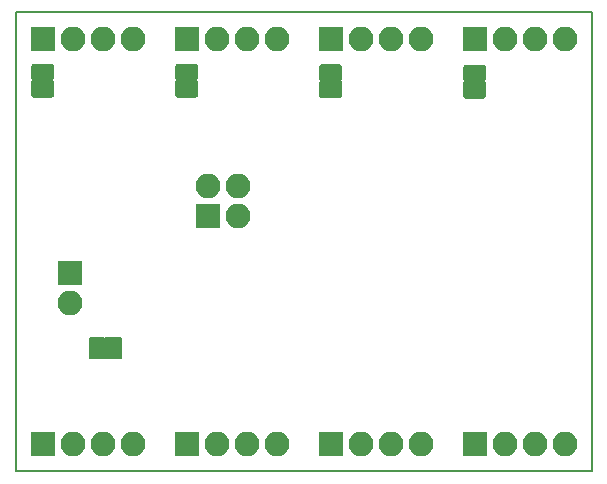
<source format=gbs>
G04 #@! TF.GenerationSoftware,KiCad,Pcbnew,(5.0.0-dirty)*
G04 #@! TF.CreationDate,2019-11-15T19:25:29+09:00*
G04 #@! TF.ProjectId,fake-fan-mk2,66616B652D66616E2D6D6B322E6B6963,rev?*
G04 #@! TF.SameCoordinates,Original*
G04 #@! TF.FileFunction,Soldermask,Bot*
G04 #@! TF.FilePolarity,Negative*
%FSLAX46Y46*%
G04 Gerber Fmt 4.6, Leading zero omitted, Abs format (unit mm)*
G04 Created by KiCad (PCBNEW (5.0.0-dirty)) date 11/15/19 19:25:29*
%MOMM*%
%LPD*%
G01*
G04 APERTURE LIST*
%ADD10C,0.200000*%
%ADD11R,2.100000X2.100000*%
%ADD12O,2.100000X2.100000*%
%ADD13C,0.300000*%
%ADD14C,0.100000*%
G04 APERTURE END LIST*
D10*
X14478000Y-53086000D02*
X14478000Y-14224000D01*
X63246000Y-53086000D02*
X14478000Y-53086000D01*
X63246000Y-14224000D02*
X63246000Y-53086000D01*
X14478000Y-14224000D02*
X63246000Y-14224000D01*
D11*
G04 #@! TO.C,J2*
X19050000Y-36322000D03*
D12*
X19050000Y-38862000D03*
G04 #@! TD*
G04 #@! TO.C,J4*
X24384000Y-50800000D03*
X21844000Y-50800000D03*
X19304000Y-50800000D03*
D11*
X16764000Y-50800000D03*
G04 #@! TD*
G04 #@! TO.C,J5*
X16764000Y-16510000D03*
D12*
X19304000Y-16510000D03*
X21844000Y-16510000D03*
X24384000Y-16510000D03*
G04 #@! TD*
G04 #@! TO.C,J6*
X36576000Y-50800000D03*
X34036000Y-50800000D03*
X31496000Y-50800000D03*
D11*
X28956000Y-50800000D03*
G04 #@! TD*
G04 #@! TO.C,J7*
X28956000Y-16510000D03*
D12*
X31496000Y-16510000D03*
X34036000Y-16510000D03*
X36576000Y-16510000D03*
G04 #@! TD*
D11*
G04 #@! TO.C,J8*
X41148000Y-50800000D03*
D12*
X43688000Y-50800000D03*
X46228000Y-50800000D03*
X48768000Y-50800000D03*
G04 #@! TD*
D11*
G04 #@! TO.C,J9*
X41148000Y-16510000D03*
D12*
X43688000Y-16510000D03*
X46228000Y-16510000D03*
X48768000Y-16510000D03*
G04 #@! TD*
G04 #@! TO.C,J10*
X60960000Y-50800000D03*
X58420000Y-50800000D03*
X55880000Y-50800000D03*
D11*
X53340000Y-50800000D03*
G04 #@! TD*
D12*
G04 #@! TO.C,J11*
X60960000Y-16510000D03*
X58420000Y-16510000D03*
X55880000Y-16510000D03*
D11*
X53340000Y-16510000D03*
G04 #@! TD*
D13*
G04 #@! TO.C,JP1*
X21373000Y-42672000D03*
D14*
G36*
X21912018Y-41725843D02*
X21949537Y-41737224D01*
X21984114Y-41755706D01*
X22014421Y-41780579D01*
X22039410Y-41811060D01*
X22539410Y-42561060D01*
X22557856Y-42595657D01*
X22569198Y-42633187D01*
X22573000Y-42672209D01*
X22569116Y-42711223D01*
X22557696Y-42748730D01*
X22539410Y-42782940D01*
X22039410Y-43532940D01*
X22014569Y-43563273D01*
X21984288Y-43588178D01*
X21949730Y-43606696D01*
X21912223Y-43618116D01*
X21873000Y-43622000D01*
X20873000Y-43622000D01*
X20833982Y-43618157D01*
X20796463Y-43606776D01*
X20761886Y-43588294D01*
X20731579Y-43563421D01*
X20706706Y-43533114D01*
X20688224Y-43498537D01*
X20676843Y-43461018D01*
X20673000Y-43422000D01*
X20673000Y-41922000D01*
X20676843Y-41882982D01*
X20688224Y-41845463D01*
X20706706Y-41810886D01*
X20731579Y-41780579D01*
X20761886Y-41755706D01*
X20796463Y-41737224D01*
X20833982Y-41725843D01*
X20873000Y-41722000D01*
X21873000Y-41722000D01*
X21912018Y-41725843D01*
X21912018Y-41725843D01*
G37*
D13*
X22823000Y-42672000D03*
D14*
G36*
X23362018Y-41725843D02*
X23399537Y-41737224D01*
X23434114Y-41755706D01*
X23464421Y-41780579D01*
X23489294Y-41810886D01*
X23507776Y-41845463D01*
X23519157Y-41882982D01*
X23523000Y-41922000D01*
X23523000Y-43422000D01*
X23519157Y-43461018D01*
X23507776Y-43498537D01*
X23489294Y-43533114D01*
X23464421Y-43563421D01*
X23434114Y-43588294D01*
X23399537Y-43606776D01*
X23362018Y-43618157D01*
X23323000Y-43622000D01*
X22173000Y-43622000D01*
X22133982Y-43618157D01*
X22096463Y-43606776D01*
X22061886Y-43588294D01*
X22031579Y-43563421D01*
X22006706Y-43533114D01*
X21988224Y-43498537D01*
X21976843Y-43461018D01*
X21973000Y-43422000D01*
X21976843Y-43382982D01*
X21988224Y-43345463D01*
X22006590Y-43311060D01*
X22432630Y-42672000D01*
X22006590Y-42032940D01*
X21988144Y-41998343D01*
X21976802Y-41960813D01*
X21973000Y-41921791D01*
X21976884Y-41882777D01*
X21988304Y-41845270D01*
X22006822Y-41810712D01*
X22031727Y-41780431D01*
X22062060Y-41755590D01*
X22096657Y-41737144D01*
X22134187Y-41725802D01*
X22173000Y-41722000D01*
X23323000Y-41722000D01*
X23362018Y-41725843D01*
X23362018Y-41725843D01*
G37*
G04 #@! TD*
D13*
G04 #@! TO.C,JP2*
X16764000Y-20754000D03*
D14*
G36*
X17710157Y-21293018D02*
X17698776Y-21330537D01*
X17680294Y-21365114D01*
X17655421Y-21395421D01*
X17625114Y-21420294D01*
X17590537Y-21438776D01*
X17553018Y-21450157D01*
X17514000Y-21454000D01*
X16014000Y-21454000D01*
X15974982Y-21450157D01*
X15937463Y-21438776D01*
X15902886Y-21420294D01*
X15872579Y-21395421D01*
X15847706Y-21365114D01*
X15829224Y-21330537D01*
X15817843Y-21293018D01*
X15814000Y-21254000D01*
X15814000Y-20104000D01*
X15817843Y-20064982D01*
X15829224Y-20027463D01*
X15847706Y-19992886D01*
X15872579Y-19962579D01*
X15902886Y-19937706D01*
X15937463Y-19919224D01*
X15974982Y-19907843D01*
X16014000Y-19904000D01*
X16053018Y-19907843D01*
X16090537Y-19919224D01*
X16124940Y-19937590D01*
X16764000Y-20363630D01*
X17403060Y-19937590D01*
X17437657Y-19919144D01*
X17475187Y-19907802D01*
X17514209Y-19904000D01*
X17553223Y-19907884D01*
X17590730Y-19919304D01*
X17625288Y-19937822D01*
X17655569Y-19962727D01*
X17680410Y-19993060D01*
X17698856Y-20027657D01*
X17710198Y-20065187D01*
X17714000Y-20104000D01*
X17714000Y-21254000D01*
X17710157Y-21293018D01*
X17710157Y-21293018D01*
G37*
D13*
X16764000Y-19304000D03*
D14*
G36*
X17710157Y-19843018D02*
X17698776Y-19880537D01*
X17680294Y-19915114D01*
X17655421Y-19945421D01*
X17624940Y-19970410D01*
X16874940Y-20470410D01*
X16840343Y-20488856D01*
X16802813Y-20500198D01*
X16763791Y-20504000D01*
X16724777Y-20500116D01*
X16687270Y-20488696D01*
X16653060Y-20470410D01*
X15903060Y-19970410D01*
X15872727Y-19945569D01*
X15847822Y-19915288D01*
X15829304Y-19880730D01*
X15817884Y-19843223D01*
X15814000Y-19804000D01*
X15814000Y-18804000D01*
X15817843Y-18764982D01*
X15829224Y-18727463D01*
X15847706Y-18692886D01*
X15872579Y-18662579D01*
X15902886Y-18637706D01*
X15937463Y-18619224D01*
X15974982Y-18607843D01*
X16014000Y-18604000D01*
X17514000Y-18604000D01*
X17553018Y-18607843D01*
X17590537Y-18619224D01*
X17625114Y-18637706D01*
X17655421Y-18662579D01*
X17680294Y-18692886D01*
X17698776Y-18727463D01*
X17710157Y-18764982D01*
X17714000Y-18804000D01*
X17714000Y-19804000D01*
X17710157Y-19843018D01*
X17710157Y-19843018D01*
G37*
G04 #@! TD*
D13*
G04 #@! TO.C,JP3*
X28956000Y-19304000D03*
D14*
G36*
X29902157Y-19843018D02*
X29890776Y-19880537D01*
X29872294Y-19915114D01*
X29847421Y-19945421D01*
X29816940Y-19970410D01*
X29066940Y-20470410D01*
X29032343Y-20488856D01*
X28994813Y-20500198D01*
X28955791Y-20504000D01*
X28916777Y-20500116D01*
X28879270Y-20488696D01*
X28845060Y-20470410D01*
X28095060Y-19970410D01*
X28064727Y-19945569D01*
X28039822Y-19915288D01*
X28021304Y-19880730D01*
X28009884Y-19843223D01*
X28006000Y-19804000D01*
X28006000Y-18804000D01*
X28009843Y-18764982D01*
X28021224Y-18727463D01*
X28039706Y-18692886D01*
X28064579Y-18662579D01*
X28094886Y-18637706D01*
X28129463Y-18619224D01*
X28166982Y-18607843D01*
X28206000Y-18604000D01*
X29706000Y-18604000D01*
X29745018Y-18607843D01*
X29782537Y-18619224D01*
X29817114Y-18637706D01*
X29847421Y-18662579D01*
X29872294Y-18692886D01*
X29890776Y-18727463D01*
X29902157Y-18764982D01*
X29906000Y-18804000D01*
X29906000Y-19804000D01*
X29902157Y-19843018D01*
X29902157Y-19843018D01*
G37*
D13*
X28956000Y-20754000D03*
D14*
G36*
X29902157Y-21293018D02*
X29890776Y-21330537D01*
X29872294Y-21365114D01*
X29847421Y-21395421D01*
X29817114Y-21420294D01*
X29782537Y-21438776D01*
X29745018Y-21450157D01*
X29706000Y-21454000D01*
X28206000Y-21454000D01*
X28166982Y-21450157D01*
X28129463Y-21438776D01*
X28094886Y-21420294D01*
X28064579Y-21395421D01*
X28039706Y-21365114D01*
X28021224Y-21330537D01*
X28009843Y-21293018D01*
X28006000Y-21254000D01*
X28006000Y-20104000D01*
X28009843Y-20064982D01*
X28021224Y-20027463D01*
X28039706Y-19992886D01*
X28064579Y-19962579D01*
X28094886Y-19937706D01*
X28129463Y-19919224D01*
X28166982Y-19907843D01*
X28206000Y-19904000D01*
X28245018Y-19907843D01*
X28282537Y-19919224D01*
X28316940Y-19937590D01*
X28956000Y-20363630D01*
X29595060Y-19937590D01*
X29629657Y-19919144D01*
X29667187Y-19907802D01*
X29706209Y-19904000D01*
X29745223Y-19907884D01*
X29782730Y-19919304D01*
X29817288Y-19937822D01*
X29847569Y-19962727D01*
X29872410Y-19993060D01*
X29890856Y-20027657D01*
X29902198Y-20065187D01*
X29906000Y-20104000D01*
X29906000Y-21254000D01*
X29902157Y-21293018D01*
X29902157Y-21293018D01*
G37*
G04 #@! TD*
D13*
G04 #@! TO.C,JP4*
X41148000Y-20791000D03*
D14*
G36*
X42094157Y-21330018D02*
X42082776Y-21367537D01*
X42064294Y-21402114D01*
X42039421Y-21432421D01*
X42009114Y-21457294D01*
X41974537Y-21475776D01*
X41937018Y-21487157D01*
X41898000Y-21491000D01*
X40398000Y-21491000D01*
X40358982Y-21487157D01*
X40321463Y-21475776D01*
X40286886Y-21457294D01*
X40256579Y-21432421D01*
X40231706Y-21402114D01*
X40213224Y-21367537D01*
X40201843Y-21330018D01*
X40198000Y-21291000D01*
X40198000Y-20141000D01*
X40201843Y-20101982D01*
X40213224Y-20064463D01*
X40231706Y-20029886D01*
X40256579Y-19999579D01*
X40286886Y-19974706D01*
X40321463Y-19956224D01*
X40358982Y-19944843D01*
X40398000Y-19941000D01*
X40437018Y-19944843D01*
X40474537Y-19956224D01*
X40508940Y-19974590D01*
X41148000Y-20400630D01*
X41787060Y-19974590D01*
X41821657Y-19956144D01*
X41859187Y-19944802D01*
X41898209Y-19941000D01*
X41937223Y-19944884D01*
X41974730Y-19956304D01*
X42009288Y-19974822D01*
X42039569Y-19999727D01*
X42064410Y-20030060D01*
X42082856Y-20064657D01*
X42094198Y-20102187D01*
X42098000Y-20141000D01*
X42098000Y-21291000D01*
X42094157Y-21330018D01*
X42094157Y-21330018D01*
G37*
D13*
X41148000Y-19341000D03*
D14*
G36*
X42094157Y-19880018D02*
X42082776Y-19917537D01*
X42064294Y-19952114D01*
X42039421Y-19982421D01*
X42008940Y-20007410D01*
X41258940Y-20507410D01*
X41224343Y-20525856D01*
X41186813Y-20537198D01*
X41147791Y-20541000D01*
X41108777Y-20537116D01*
X41071270Y-20525696D01*
X41037060Y-20507410D01*
X40287060Y-20007410D01*
X40256727Y-19982569D01*
X40231822Y-19952288D01*
X40213304Y-19917730D01*
X40201884Y-19880223D01*
X40198000Y-19841000D01*
X40198000Y-18841000D01*
X40201843Y-18801982D01*
X40213224Y-18764463D01*
X40231706Y-18729886D01*
X40256579Y-18699579D01*
X40286886Y-18674706D01*
X40321463Y-18656224D01*
X40358982Y-18644843D01*
X40398000Y-18641000D01*
X41898000Y-18641000D01*
X41937018Y-18644843D01*
X41974537Y-18656224D01*
X42009114Y-18674706D01*
X42039421Y-18699579D01*
X42064294Y-18729886D01*
X42082776Y-18764463D01*
X42094157Y-18801982D01*
X42098000Y-18841000D01*
X42098000Y-19841000D01*
X42094157Y-19880018D01*
X42094157Y-19880018D01*
G37*
G04 #@! TD*
D13*
G04 #@! TO.C,JP5*
X53340000Y-20828000D03*
D14*
G36*
X54286157Y-21367018D02*
X54274776Y-21404537D01*
X54256294Y-21439114D01*
X54231421Y-21469421D01*
X54201114Y-21494294D01*
X54166537Y-21512776D01*
X54129018Y-21524157D01*
X54090000Y-21528000D01*
X52590000Y-21528000D01*
X52550982Y-21524157D01*
X52513463Y-21512776D01*
X52478886Y-21494294D01*
X52448579Y-21469421D01*
X52423706Y-21439114D01*
X52405224Y-21404537D01*
X52393843Y-21367018D01*
X52390000Y-21328000D01*
X52390000Y-20178000D01*
X52393843Y-20138982D01*
X52405224Y-20101463D01*
X52423706Y-20066886D01*
X52448579Y-20036579D01*
X52478886Y-20011706D01*
X52513463Y-19993224D01*
X52550982Y-19981843D01*
X52590000Y-19978000D01*
X52629018Y-19981843D01*
X52666537Y-19993224D01*
X52700940Y-20011590D01*
X53340000Y-20437630D01*
X53979060Y-20011590D01*
X54013657Y-19993144D01*
X54051187Y-19981802D01*
X54090209Y-19978000D01*
X54129223Y-19981884D01*
X54166730Y-19993304D01*
X54201288Y-20011822D01*
X54231569Y-20036727D01*
X54256410Y-20067060D01*
X54274856Y-20101657D01*
X54286198Y-20139187D01*
X54290000Y-20178000D01*
X54290000Y-21328000D01*
X54286157Y-21367018D01*
X54286157Y-21367018D01*
G37*
D13*
X53340000Y-19378000D03*
D14*
G36*
X54286157Y-19917018D02*
X54274776Y-19954537D01*
X54256294Y-19989114D01*
X54231421Y-20019421D01*
X54200940Y-20044410D01*
X53450940Y-20544410D01*
X53416343Y-20562856D01*
X53378813Y-20574198D01*
X53339791Y-20578000D01*
X53300777Y-20574116D01*
X53263270Y-20562696D01*
X53229060Y-20544410D01*
X52479060Y-20044410D01*
X52448727Y-20019569D01*
X52423822Y-19989288D01*
X52405304Y-19954730D01*
X52393884Y-19917223D01*
X52390000Y-19878000D01*
X52390000Y-18878000D01*
X52393843Y-18838982D01*
X52405224Y-18801463D01*
X52423706Y-18766886D01*
X52448579Y-18736579D01*
X52478886Y-18711706D01*
X52513463Y-18693224D01*
X52550982Y-18681843D01*
X52590000Y-18678000D01*
X54090000Y-18678000D01*
X54129018Y-18681843D01*
X54166537Y-18693224D01*
X54201114Y-18711706D01*
X54231421Y-18736579D01*
X54256294Y-18766886D01*
X54274776Y-18801463D01*
X54286157Y-18838982D01*
X54290000Y-18878000D01*
X54290000Y-19878000D01*
X54286157Y-19917018D01*
X54286157Y-19917018D01*
G37*
G04 #@! TD*
D11*
G04 #@! TO.C,J1*
X30734000Y-31496000D03*
D12*
X30734000Y-28956000D03*
X33274000Y-31496000D03*
X33274000Y-28956000D03*
G04 #@! TD*
M02*

</source>
